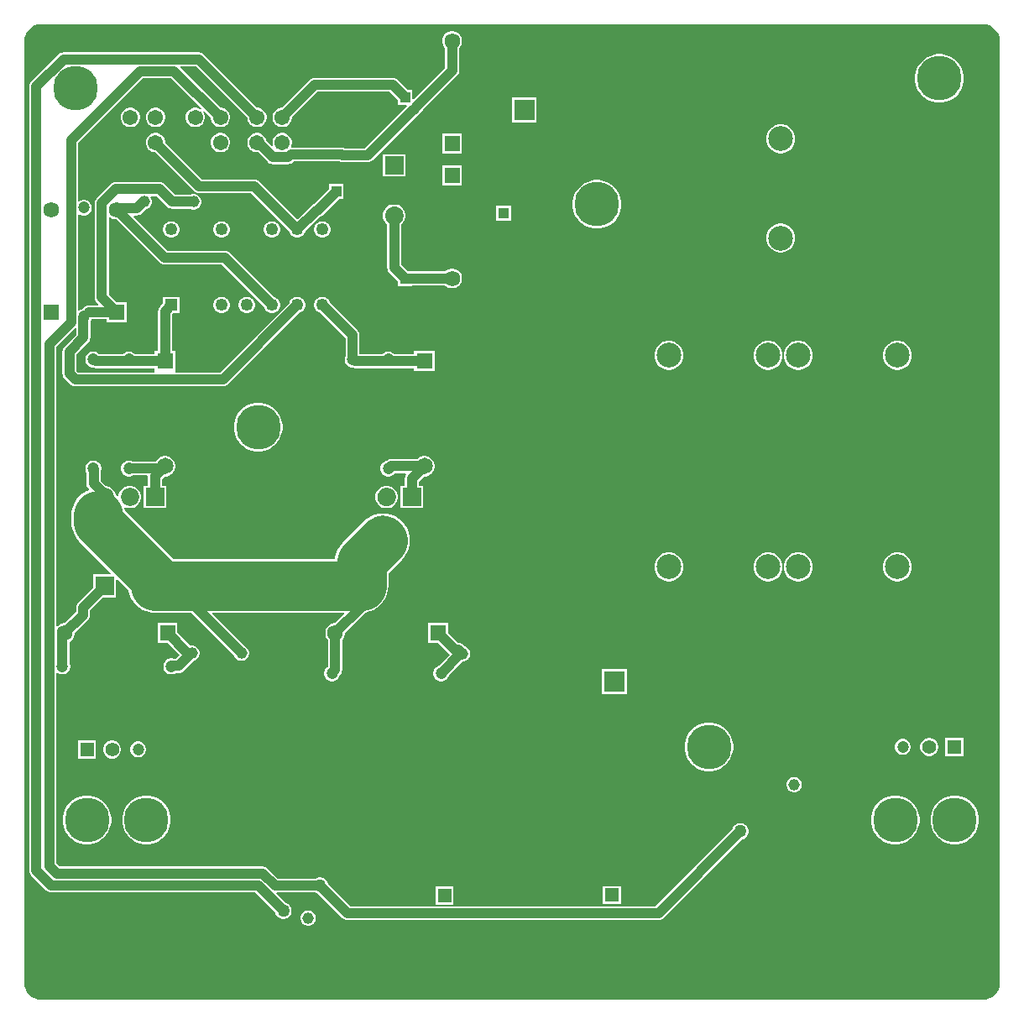
<source format=gbl>
G04*
G04 #@! TF.GenerationSoftware,Altium Limited,Altium Designer,23.8.1 (32)*
G04*
G04 Layer_Physical_Order=2*
G04 Layer_Color=16711680*
%FSLAX25Y25*%
%MOIN*%
G70*
G04*
G04 #@! TF.SameCoordinates,3D9757B1-BBEF-420C-9893-903EB812625C*
G04*
G04*
G04 #@! TF.FilePolarity,Positive*
G04*
G01*
G75*
%ADD43C,0.03937*%
%ADD44C,0.19685*%
%ADD46C,0.17717*%
%ADD47C,0.08268*%
%ADD48R,0.08268X0.08268*%
%ADD49R,0.07264X0.07264*%
%ADD50C,0.07264*%
%ADD51R,0.04331X0.04331*%
%ADD52C,0.04331*%
%ADD53C,0.09843*%
%ADD54R,0.05512X0.05512*%
%ADD55C,0.05512*%
%ADD56C,0.04724*%
%ADD57R,0.06260X0.06260*%
%ADD58C,0.06260*%
%ADD59R,0.07323X0.07323*%
%ADD60C,0.07323*%
%ADD61C,0.04528*%
%ADD62C,0.07638*%
%ADD63R,0.07638X0.07638*%
%ADD64C,0.06083*%
%ADD65R,0.05512X0.05512*%
%ADD66R,0.06260X0.06260*%
%ADD67R,0.04921X0.04921*%
%ADD68C,0.04921*%
%ADD69R,0.06496X0.06496*%
%ADD70C,0.06496*%
%ADD71R,0.04331X0.04331*%
%ADD72C,0.05000*%
G36*
X480700Y538975D02*
X481959Y538593D01*
X483120Y537973D01*
X484138Y537138D01*
X484973Y536120D01*
X485593Y534959D01*
X485975Y533700D01*
X486103Y532406D01*
X486100Y532390D01*
Y158374D01*
X486103Y158358D01*
X485975Y157064D01*
X485593Y155804D01*
X484973Y154644D01*
X484138Y153626D01*
X483120Y152791D01*
X481959Y152171D01*
X480700Y151788D01*
X479406Y151661D01*
X479390Y151664D01*
X105374D01*
X105358Y151661D01*
X104064Y151788D01*
X102804Y152171D01*
X101644Y152791D01*
X100626Y153626D01*
X99791Y154644D01*
X99171Y155804D01*
X98788Y157064D01*
X98661Y158358D01*
X98664Y158374D01*
Y532390D01*
X98661Y532406D01*
X98788Y533700D01*
X99171Y534959D01*
X99791Y536120D01*
X100626Y537138D01*
X101644Y537973D01*
X102804Y538593D01*
X104064Y538975D01*
X105358Y539103D01*
X105374Y539100D01*
X479390D01*
X479406Y539103D01*
X480700Y538975D01*
D02*
G37*
%LPC*%
G36*
X269016Y536311D02*
X267984D01*
X266988Y536044D01*
X266095Y535528D01*
X265365Y534799D01*
X264850Y533906D01*
X264583Y532909D01*
Y531878D01*
X264850Y530882D01*
X265365Y529988D01*
X265720Y529634D01*
Y521651D01*
X253295Y509226D01*
X252795Y509433D01*
Y512953D01*
X250821D01*
X246887Y516887D01*
X246311Y517329D01*
X245641Y517606D01*
X244921Y517701D01*
X213921D01*
X213202Y517606D01*
X212531Y517329D01*
X211956Y516887D01*
X200898Y505829D01*
X200496D01*
X199522Y505568D01*
X198649Y505064D01*
X197936Y504351D01*
X197432Y503478D01*
X197171Y502504D01*
Y501496D01*
X197432Y500522D01*
X197936Y499649D01*
X198649Y498936D01*
X199522Y498432D01*
X200496Y498171D01*
X201504D01*
X202478Y498432D01*
X203351Y498936D01*
X204064Y499649D01*
X204568Y500522D01*
X204829Y501496D01*
Y501898D01*
X215073Y512142D01*
X243770D01*
X246890Y509022D01*
Y507047D01*
X250409D01*
X250616Y506547D01*
X233849Y489780D01*
X225856D01*
X225258Y490028D01*
X224538Y490122D01*
X204914D01*
X204748Y490315D01*
X204595Y490622D01*
X204829Y491496D01*
Y492504D01*
X204568Y493478D01*
X204064Y494351D01*
X203351Y495064D01*
X202478Y495568D01*
X201504Y495829D01*
X200496D01*
X199522Y495568D01*
X198649Y495064D01*
X197936Y494351D01*
X197432Y493478D01*
X197171Y492504D01*
Y491496D01*
X197335Y490883D01*
X196887Y490625D01*
X194763Y492748D01*
X194568Y493478D01*
X194064Y494351D01*
X193351Y495064D01*
X192478Y495568D01*
X191504Y495829D01*
X190496D01*
X189522Y495568D01*
X188649Y495064D01*
X187936Y494351D01*
X187432Y493478D01*
X187171Y492504D01*
Y491496D01*
X187432Y490522D01*
X187936Y489649D01*
X188649Y488936D01*
X189522Y488432D01*
X190496Y488171D01*
X191478D01*
X195412Y484237D01*
X195988Y483795D01*
X196658Y483518D01*
X197378Y483423D01*
X203401D01*
X204121Y483518D01*
X204791Y483795D01*
X205367Y484237D01*
X205692Y484563D01*
X223563D01*
X224162Y484315D01*
X224881Y484220D01*
X235000D01*
X235719Y484315D01*
X236390Y484593D01*
X236965Y485035D01*
X254811Y502880D01*
X255115Y503113D01*
X256729Y504728D01*
X256962Y505031D01*
X270465Y518535D01*
X270907Y519110D01*
X271185Y519781D01*
X271280Y520500D01*
Y529634D01*
X271635Y529988D01*
X272150Y530882D01*
X272417Y531878D01*
Y532909D01*
X272150Y533906D01*
X271635Y534799D01*
X270905Y535528D01*
X270012Y536044D01*
X269016Y536311D01*
D02*
G37*
G36*
X462950Y527146D02*
X461050D01*
X459187Y526775D01*
X457431Y526048D01*
X455851Y524992D01*
X454508Y523649D01*
X453452Y522069D01*
X452725Y520314D01*
X452354Y518450D01*
Y516550D01*
X452725Y514686D01*
X453452Y512931D01*
X454508Y511351D01*
X455851Y510008D01*
X457431Y508952D01*
X459187Y508225D01*
X461050Y507854D01*
X462950D01*
X464814Y508225D01*
X466569Y508952D01*
X468149Y510008D01*
X469492Y511351D01*
X470548Y512931D01*
X471275Y514686D01*
X471646Y516550D01*
Y518450D01*
X471275Y520314D01*
X470548Y522069D01*
X469492Y523649D01*
X468149Y524992D01*
X466569Y526048D01*
X464814Y526775D01*
X462950Y527146D01*
D02*
G37*
G36*
X302079Y509921D02*
X292236D01*
Y500079D01*
X302079D01*
Y509921D01*
D02*
G37*
G36*
X167886Y527894D02*
X114189D01*
X113470Y527799D01*
X112799Y527522D01*
X112224Y527080D01*
X101407Y516262D01*
X100965Y515687D01*
X100687Y515016D01*
X100592Y514297D01*
Y202934D01*
X100687Y202215D01*
X100965Y201544D01*
X101407Y200969D01*
X107341Y195035D01*
X107916Y194593D01*
X108587Y194315D01*
X109306Y194220D01*
X190349D01*
X198290Y186279D01*
X198437Y185731D01*
X198869Y184982D01*
X199481Y184369D01*
X200231Y183937D01*
X201067Y183713D01*
X201933D01*
X202769Y183937D01*
X203519Y184369D01*
X204131Y184982D01*
X204563Y185731D01*
X204787Y186567D01*
Y187433D01*
X204563Y188269D01*
X204131Y189018D01*
X203519Y189631D01*
X202769Y190063D01*
X202221Y190210D01*
X198673Y193758D01*
X198864Y194220D01*
X214240D01*
X214731Y193937D01*
X215279Y193790D01*
X225034Y184035D01*
X225610Y183593D01*
X226281Y183315D01*
X227000Y183220D01*
X350500D01*
X351219Y183315D01*
X351890Y183593D01*
X352466Y184035D01*
X383721Y215290D01*
X384269Y215437D01*
X385018Y215869D01*
X385631Y216481D01*
X386063Y217231D01*
X386287Y218067D01*
Y218933D01*
X386063Y219769D01*
X385631Y220518D01*
X385018Y221131D01*
X384269Y221563D01*
X383433Y221787D01*
X382567D01*
X381731Y221563D01*
X380981Y221131D01*
X380369Y220518D01*
X379937Y219769D01*
X379790Y219221D01*
X349349Y188780D01*
X228151D01*
X219210Y197721D01*
X219063Y198269D01*
X218631Y199019D01*
X218019Y199631D01*
X217269Y200063D01*
X216433Y200287D01*
X215567D01*
X214731Y200063D01*
X214240Y199780D01*
X199333D01*
X195422Y203690D01*
X194847Y204132D01*
X194176Y204409D01*
X193457Y204504D01*
X112651D01*
X111354Y205801D01*
Y281248D01*
X111855Y281425D01*
X112477Y281065D01*
X113278Y280850D01*
X114108D01*
X114909Y281065D01*
X115627Y281480D01*
X116213Y282066D01*
X116628Y282784D01*
X116842Y283585D01*
Y284415D01*
X116628Y285216D01*
X116473Y285485D01*
Y293713D01*
X117165Y294113D01*
X117894Y294842D01*
X118410Y295736D01*
X118677Y296732D01*
Y297234D01*
X123892Y302449D01*
X124334Y303025D01*
X124612Y303695D01*
X124707Y304415D01*
Y306240D01*
X129825Y311358D01*
X135106D01*
Y318393D01*
X135568Y318584D01*
X140004Y314149D01*
X140359Y312669D01*
X140999Y311123D01*
X141874Y309697D01*
X142960Y308424D01*
X144233Y307338D01*
X145659Y306464D01*
X147205Y305823D01*
X148832Y305433D01*
X150500Y305301D01*
X164858D01*
X181966Y288193D01*
X181999Y288070D01*
X182401Y287374D01*
X182969Y286806D01*
X183665Y286404D01*
X184441Y286196D01*
X185244D01*
X186020Y286404D01*
X186716Y286806D01*
X187284Y287374D01*
X187686Y288070D01*
X187894Y288846D01*
Y289649D01*
X187686Y290425D01*
X187284Y291121D01*
X186716Y291689D01*
X186020Y292091D01*
X185897Y292124D01*
X173182Y304839D01*
X173373Y305301D01*
X225576D01*
X225767Y304839D01*
X222093Y301165D01*
X221591D01*
X220594Y300898D01*
X219701Y300382D01*
X218972Y299653D01*
X218456Y298760D01*
X218189Y297763D01*
Y296732D01*
X218456Y295736D01*
X218972Y294842D01*
X219327Y294487D01*
Y284007D01*
X218913Y283768D01*
X218326Y283182D01*
X217912Y282463D01*
X217697Y281662D01*
Y280833D01*
X217912Y280032D01*
X218326Y279314D01*
X218913Y278727D01*
X219631Y278313D01*
X220432Y278098D01*
X221261D01*
X222062Y278313D01*
X222780Y278727D01*
X223367Y279314D01*
X223781Y280032D01*
X223940Y280623D01*
X224072Y280755D01*
X224514Y281331D01*
X224791Y282001D01*
X224886Y282721D01*
Y294487D01*
X225241Y294842D01*
X225757Y295736D01*
X226024Y296732D01*
Y297234D01*
X234240Y305450D01*
X235795Y305823D01*
X237341Y306464D01*
X238767Y307338D01*
X240040Y308424D01*
X241126Y309697D01*
X242001Y311123D01*
X242641Y312669D01*
X243032Y314296D01*
X243163Y315964D01*
Y321083D01*
X248540Y326460D01*
X249626Y327733D01*
X250501Y329159D01*
X251141Y330705D01*
X251532Y332332D01*
X251663Y334000D01*
X251532Y335668D01*
X251141Y337295D01*
X250501Y338841D01*
X249626Y340267D01*
X248540Y341540D01*
X247267Y342626D01*
X245841Y343501D01*
X244295Y344141D01*
X242668Y344531D01*
X241000Y344663D01*
X239332Y344531D01*
X237705Y344141D01*
X236159Y343501D01*
X234733Y342626D01*
X233460Y341540D01*
X224960Y333040D01*
X223874Y331767D01*
X222999Y330341D01*
X222359Y328795D01*
X221969Y327168D01*
X221926Y326627D01*
X157685D01*
X138496Y345815D01*
X138243Y346870D01*
X138679Y347196D01*
X138794Y347130D01*
X139918Y346828D01*
X141082D01*
X142206Y347130D01*
X143213Y347711D01*
X144036Y348534D01*
X144618Y349542D01*
X144919Y350666D01*
Y351830D01*
X144618Y352953D01*
X144036Y353961D01*
X143213Y354784D01*
X142206Y355366D01*
X141082Y355667D01*
X139918D01*
X138794Y355366D01*
X137786Y354784D01*
X136964Y353961D01*
X136382Y352953D01*
X136081Y351830D01*
Y351629D01*
X135612Y351456D01*
X135540Y351540D01*
X134836Y352141D01*
X134618Y352953D01*
X134036Y353961D01*
X133213Y354784D01*
X132206Y355366D01*
X131082Y355667D01*
X130912D01*
X128930Y357649D01*
Y361370D01*
X128935Y361378D01*
X129150Y362179D01*
Y363009D01*
X128935Y363810D01*
X128520Y364528D01*
X127934Y365114D01*
X127216Y365529D01*
X126415Y365744D01*
X125585D01*
X124784Y365529D01*
X124066Y365114D01*
X123480Y364528D01*
X123065Y363810D01*
X122850Y363009D01*
Y362179D01*
X123065Y361378D01*
X123371Y360848D01*
Y356497D01*
X123466Y355778D01*
X123743Y355107D01*
X124185Y354532D01*
X124295Y354421D01*
X124198Y353931D01*
X123159Y353501D01*
X121733Y352626D01*
X120460Y351540D01*
X119374Y350267D01*
X118499Y348841D01*
X117859Y347295D01*
X117469Y345668D01*
X117337Y344000D01*
Y341232D01*
X117469Y339564D01*
X117859Y337937D01*
X118499Y336391D01*
X119374Y334965D01*
X120460Y333692D01*
X133120Y321032D01*
X132929Y320570D01*
X125894D01*
Y315289D01*
X119961Y309357D01*
X119520Y308781D01*
X119242Y308111D01*
X119147Y307391D01*
Y305566D01*
X114746Y301165D01*
X114244D01*
X113248Y300898D01*
X112355Y300382D01*
X111855Y299882D01*
X111354Y300089D01*
Y410923D01*
X118827Y418397D01*
X119327Y418189D01*
Y415760D01*
X114534Y410967D01*
X114093Y410391D01*
X113815Y409721D01*
X113720Y409001D01*
Y400306D01*
X113815Y399587D01*
X114093Y398916D01*
X114534Y398341D01*
X116841Y396035D01*
X117416Y395593D01*
X118087Y395315D01*
X118806Y395220D01*
X177500D01*
X178219Y395315D01*
X178890Y395593D01*
X179465Y396035D01*
X207776Y424345D01*
X208254Y424473D01*
X208994Y424901D01*
X209599Y425506D01*
X210027Y426246D01*
X210248Y427072D01*
Y427928D01*
X210027Y428754D01*
X209599Y429494D01*
X208994Y430099D01*
X208254Y430527D01*
X207428Y430748D01*
X206572D01*
X205746Y430527D01*
X205006Y430099D01*
X204401Y429494D01*
X203973Y428754D01*
X203846Y428276D01*
X176349Y400780D01*
X158784D01*
X158535Y401177D01*
X158535Y401280D01*
Y409248D01*
X157280D01*
Y423849D01*
X157683Y424252D01*
X160248D01*
Y430748D01*
X153752D01*
Y428183D01*
X152534Y426966D01*
X152093Y426390D01*
X151815Y425719D01*
X151720Y425000D01*
Y409248D01*
X150465D01*
Y407992D01*
X142515D01*
X142086Y408422D01*
X141367Y408836D01*
X140566Y409051D01*
X139737D01*
X138936Y408836D01*
X138218Y408422D01*
X137788Y407992D01*
X128364D01*
X127934Y408422D01*
X127216Y408836D01*
X126415Y409051D01*
X125585D01*
X124784Y408836D01*
X124066Y408422D01*
X123480Y407835D01*
X123065Y407117D01*
X122850Y406316D01*
Y405486D01*
X123065Y404685D01*
X123480Y403967D01*
X124066Y403381D01*
X124784Y402966D01*
X125585Y402752D01*
X125641D01*
X126183Y402527D01*
X126902Y402432D01*
X150465D01*
Y401280D01*
X150465Y401177D01*
X150216Y400780D01*
X119958D01*
X119280Y401458D01*
Y407850D01*
X124073Y412643D01*
X124514Y413219D01*
X124792Y413889D01*
X124887Y414609D01*
Y421101D01*
X125193Y421631D01*
X125245Y421827D01*
X131341D01*
Y420689D01*
X139175D01*
Y428524D01*
X135272D01*
X132152Y431643D01*
Y462307D01*
X132614Y462498D01*
X132853Y462259D01*
X133746Y461743D01*
X134742Y461476D01*
X135244D01*
X152367Y444353D01*
X152943Y443912D01*
X153613Y443634D01*
X154333Y443539D01*
X177030D01*
X193845Y426723D01*
X193973Y426246D01*
X194401Y425506D01*
X195006Y424901D01*
X195746Y424473D01*
X196572Y424252D01*
X197428D01*
X198254Y424473D01*
X198994Y424901D01*
X199599Y425506D01*
X200027Y426246D01*
X200248Y427072D01*
Y427928D01*
X200027Y428754D01*
X199599Y429494D01*
X198994Y430099D01*
X198254Y430527D01*
X197776Y430654D01*
X180147Y448284D01*
X179571Y448726D01*
X178901Y449004D01*
X178181Y449098D01*
X155484D01*
X141986Y462597D01*
X142177Y463059D01*
X143336D01*
X144055Y463153D01*
X144726Y463431D01*
X145301Y463873D01*
X146994Y465565D01*
X147335Y465657D01*
X148031Y466058D01*
X148599Y466627D01*
X149001Y467322D01*
X149209Y468098D01*
Y468902D01*
X149001Y469678D01*
X148676Y470240D01*
X148880Y470740D01*
X151219D01*
X155425Y466535D01*
X156000Y466093D01*
X156671Y465815D01*
X157390Y465720D01*
X164555D01*
X164665Y465657D01*
X165441Y465449D01*
X166244D01*
X167020Y465657D01*
X167716Y466058D01*
X168284Y466627D01*
X168686Y467322D01*
X168894Y468098D01*
Y468902D01*
X168686Y469678D01*
X168284Y470373D01*
X167716Y470942D01*
X167020Y471343D01*
X166244Y471551D01*
X165441D01*
X164665Y471343D01*
X164555Y471280D01*
X158542D01*
X154336Y475485D01*
X153761Y475927D01*
X153090Y476205D01*
X152371Y476299D01*
X135060D01*
X134341Y476205D01*
X133670Y475927D01*
X133095Y475485D01*
X127407Y469797D01*
X126965Y469221D01*
X126687Y468551D01*
X126592Y467832D01*
Y430492D01*
X126687Y429773D01*
X126965Y429102D01*
X127407Y428527D01*
X128085Y427848D01*
X127894Y427386D01*
X124231D01*
X123511Y427291D01*
X122841Y427014D01*
X122265Y426572D01*
X121824Y425996D01*
X121821Y425990D01*
X121042Y425781D01*
X120420Y425422D01*
X119920Y425598D01*
Y463402D01*
X120420Y463578D01*
X121042Y463219D01*
X121843Y463004D01*
X122672D01*
X123474Y463219D01*
X124192Y463633D01*
X124778Y464220D01*
X125193Y464938D01*
X125408Y465739D01*
Y466568D01*
X125193Y467369D01*
X124778Y468087D01*
X124192Y468674D01*
X123474Y469089D01*
X122672Y469303D01*
X121843D01*
X121042Y469089D01*
X120420Y468729D01*
X119920Y468905D01*
Y491878D01*
X145651Y517610D01*
X156955D01*
X169029Y505536D01*
X168722Y505136D01*
X167974Y505568D01*
X167000Y505829D01*
X165992D01*
X165018Y505568D01*
X164145Y505064D01*
X163432Y504351D01*
X162928Y503478D01*
X162667Y502504D01*
Y501496D01*
X162928Y500522D01*
X163432Y499649D01*
X164145Y498936D01*
X165018Y498432D01*
X165992Y498171D01*
X167000D01*
X167974Y498432D01*
X168847Y498936D01*
X169560Y499649D01*
X170064Y500522D01*
X170325Y501496D01*
Y502504D01*
X170064Y503478D01*
X169632Y504226D01*
X170032Y504533D01*
X172667Y501898D01*
Y501496D01*
X172928Y500522D01*
X173432Y499649D01*
X174145Y498936D01*
X175018Y498432D01*
X175992Y498171D01*
X177000D01*
X177974Y498432D01*
X178847Y498936D01*
X179560Y499649D01*
X180064Y500522D01*
X180325Y501496D01*
Y502504D01*
X180064Y503478D01*
X179560Y504351D01*
X178847Y505064D01*
X177974Y505568D01*
X177000Y505829D01*
X176598D01*
X160555Y521873D01*
X160746Y522334D01*
X166734D01*
X187171Y501898D01*
Y501496D01*
X187432Y500522D01*
X187936Y499649D01*
X188649Y498936D01*
X189522Y498432D01*
X190496Y498171D01*
X191504D01*
X192478Y498432D01*
X193351Y498936D01*
X194064Y499649D01*
X194568Y500522D01*
X194829Y501496D01*
Y502504D01*
X194568Y503478D01*
X194064Y504351D01*
X193351Y505064D01*
X192478Y505568D01*
X191504Y505829D01*
X191102D01*
X169851Y527080D01*
X169276Y527522D01*
X168605Y527799D01*
X167886Y527894D01*
D02*
G37*
G36*
X151252Y505829D02*
X150244D01*
X149270Y505568D01*
X148397Y505064D01*
X147684Y504351D01*
X147180Y503478D01*
X146919Y502504D01*
Y501496D01*
X147180Y500522D01*
X147684Y499649D01*
X148397Y498936D01*
X149270Y498432D01*
X150244Y498171D01*
X151252D01*
X152226Y498432D01*
X153099Y498936D01*
X153812Y499649D01*
X154316Y500522D01*
X154577Y501496D01*
Y502504D01*
X154316Y503478D01*
X153812Y504351D01*
X153099Y505064D01*
X152226Y505568D01*
X151252Y505829D01*
D02*
G37*
G36*
X141252D02*
X140244D01*
X139270Y505568D01*
X138397Y505064D01*
X137684Y504351D01*
X137180Y503478D01*
X136919Y502504D01*
Y501496D01*
X137180Y500522D01*
X137684Y499649D01*
X138397Y498936D01*
X139270Y498432D01*
X140244Y498171D01*
X141252D01*
X142226Y498432D01*
X143099Y498936D01*
X143812Y499649D01*
X144316Y500522D01*
X144577Y501496D01*
Y502504D01*
X144316Y503478D01*
X143812Y504351D01*
X143099Y505064D01*
X142226Y505568D01*
X141252Y505829D01*
D02*
G37*
G36*
X177000Y495829D02*
X175992D01*
X175018Y495568D01*
X174145Y495064D01*
X173432Y494351D01*
X172928Y493478D01*
X172667Y492504D01*
Y491496D01*
X172928Y490522D01*
X173432Y489649D01*
X174145Y488936D01*
X175018Y488432D01*
X175992Y488171D01*
X177000D01*
X177974Y488432D01*
X178847Y488936D01*
X179560Y489649D01*
X180064Y490522D01*
X180325Y491496D01*
Y492504D01*
X180064Y493478D01*
X179560Y494351D01*
X178847Y495064D01*
X177974Y495568D01*
X177000Y495829D01*
D02*
G37*
G36*
X399752Y499209D02*
X398248D01*
X396796Y498820D01*
X395495Y498068D01*
X394432Y497005D01*
X393680Y495704D01*
X393291Y494252D01*
Y492748D01*
X393680Y491296D01*
X394432Y489995D01*
X395495Y488932D01*
X396796Y488180D01*
X398248Y487791D01*
X399752D01*
X401203Y488180D01*
X402505Y488932D01*
X403568Y489995D01*
X404320Y491296D01*
X404709Y492748D01*
Y494252D01*
X404320Y495704D01*
X403568Y497005D01*
X402505Y498068D01*
X401203Y498820D01*
X399752Y499209D01*
D02*
G37*
G36*
X272417Y495524D02*
X264583D01*
Y487689D01*
X272417D01*
Y495524D01*
D02*
G37*
G36*
X249949Y487449D02*
X241051D01*
Y478551D01*
X249949D01*
Y487449D01*
D02*
G37*
G36*
X272417Y482811D02*
X264583D01*
Y474976D01*
X272417D01*
Y482811D01*
D02*
G37*
G36*
X291953Y466953D02*
X286047D01*
Y461047D01*
X291953D01*
Y466953D01*
D02*
G37*
G36*
X326950Y477146D02*
X325050D01*
X323186Y476775D01*
X321431Y476048D01*
X319851Y474992D01*
X318508Y473649D01*
X317452Y472069D01*
X316725Y470314D01*
X316354Y468450D01*
Y466550D01*
X316725Y464686D01*
X317452Y462931D01*
X318508Y461351D01*
X319851Y460008D01*
X321431Y458952D01*
X323186Y458225D01*
X325050Y457854D01*
X326950D01*
X328814Y458225D01*
X330569Y458952D01*
X332149Y460008D01*
X333492Y461351D01*
X334548Y462931D01*
X335275Y464686D01*
X335646Y466550D01*
Y468450D01*
X335275Y470314D01*
X334548Y472069D01*
X333492Y473649D01*
X332149Y474992D01*
X330569Y476048D01*
X328814Y476775D01*
X326950Y477146D01*
D02*
G37*
G36*
X217428Y460748D02*
X216572D01*
X215746Y460527D01*
X215006Y460099D01*
X214401Y459494D01*
X213973Y458754D01*
X213752Y457928D01*
Y457072D01*
X213973Y456246D01*
X214401Y455506D01*
X215006Y454901D01*
X215746Y454473D01*
X216572Y454252D01*
X217428D01*
X218254Y454473D01*
X218994Y454901D01*
X219599Y455506D01*
X220027Y456246D01*
X220248Y457072D01*
Y457928D01*
X220027Y458754D01*
X219599Y459494D01*
X218994Y460099D01*
X218254Y460527D01*
X217428Y460748D01*
D02*
G37*
G36*
X151252Y495829D02*
X150244D01*
X149270Y495568D01*
X148397Y495064D01*
X147684Y494351D01*
X147180Y493478D01*
X146919Y492504D01*
Y491496D01*
X147180Y490522D01*
X147684Y489649D01*
X148397Y488936D01*
X149270Y488432D01*
X150244Y488171D01*
X150646D01*
X166144Y472673D01*
X166719Y472232D01*
X167390Y471954D01*
X168109Y471859D01*
X188710D01*
X203846Y456723D01*
X203973Y456246D01*
X204401Y455506D01*
X205006Y454901D01*
X205746Y454473D01*
X206572Y454252D01*
X207428D01*
X208254Y454473D01*
X208994Y454901D01*
X209599Y455506D01*
X210027Y456246D01*
X210155Y456723D01*
X215922Y462491D01*
X216413Y462694D01*
X216988Y463136D01*
X223478Y469626D01*
X225453D01*
Y475531D01*
X219547D01*
Y473557D01*
X213702Y467712D01*
X213212Y467509D01*
X212636Y467067D01*
X207000Y461431D01*
X191827Y476604D01*
X191251Y477046D01*
X190580Y477324D01*
X189861Y477419D01*
X169261D01*
X154577Y492102D01*
Y492504D01*
X154316Y493478D01*
X153812Y494351D01*
X153099Y495064D01*
X152226Y495568D01*
X151252Y495829D01*
D02*
G37*
G36*
X197428Y460748D02*
X196572D01*
X195746Y460527D01*
X195006Y460099D01*
X194401Y459494D01*
X193973Y458754D01*
X193752Y457928D01*
Y457072D01*
X193973Y456246D01*
X194401Y455506D01*
X195006Y454901D01*
X195746Y454473D01*
X196572Y454252D01*
X197428D01*
X198254Y454473D01*
X198994Y454901D01*
X199599Y455506D01*
X200027Y456246D01*
X200248Y457072D01*
Y457928D01*
X200027Y458754D01*
X199599Y459494D01*
X198994Y460099D01*
X198254Y460527D01*
X197428Y460748D01*
D02*
G37*
G36*
X177428D02*
X176572D01*
X175746Y460527D01*
X175006Y460099D01*
X174401Y459494D01*
X173973Y458754D01*
X173752Y457928D01*
Y457072D01*
X173973Y456246D01*
X174401Y455506D01*
X175006Y454901D01*
X175746Y454473D01*
X176572Y454252D01*
X177428D01*
X178254Y454473D01*
X178994Y454901D01*
X179599Y455506D01*
X180027Y456246D01*
X180248Y457072D01*
Y457928D01*
X180027Y458754D01*
X179599Y459494D01*
X178994Y460099D01*
X178254Y460527D01*
X177428Y460748D01*
D02*
G37*
G36*
X157428D02*
X156572D01*
X155746Y460527D01*
X155006Y460099D01*
X154401Y459494D01*
X153973Y458754D01*
X153752Y457928D01*
Y457072D01*
X153973Y456246D01*
X154401Y455506D01*
X155006Y454901D01*
X155746Y454473D01*
X156572Y454252D01*
X157428D01*
X158254Y454473D01*
X158994Y454901D01*
X159599Y455506D01*
X160027Y456246D01*
X160248Y457072D01*
Y457928D01*
X160027Y458754D01*
X159599Y459494D01*
X158994Y460099D01*
X158254Y460527D01*
X157428Y460748D01*
D02*
G37*
G36*
X399752Y459839D02*
X398248D01*
X396796Y459449D01*
X395495Y458698D01*
X394432Y457635D01*
X393680Y456333D01*
X393291Y454881D01*
Y453378D01*
X393680Y451927D01*
X394432Y450625D01*
X395495Y449562D01*
X396796Y448810D01*
X398248Y448421D01*
X399752D01*
X401203Y448810D01*
X402505Y449562D01*
X403568Y450625D01*
X404320Y451927D01*
X404709Y453378D01*
Y454881D01*
X404320Y456333D01*
X403568Y457635D01*
X402505Y458698D01*
X401203Y459449D01*
X399752Y459839D01*
D02*
G37*
G36*
X246086Y467449D02*
X244914D01*
X243783Y467146D01*
X242768Y466560D01*
X241940Y465732D01*
X241354Y464717D01*
X241051Y463586D01*
Y462414D01*
X241354Y461283D01*
X241940Y460268D01*
X242720Y459488D01*
Y442343D01*
X242815Y441623D01*
X243093Y440953D01*
X243534Y440377D01*
X246890Y437022D01*
Y435047D01*
X252795D01*
Y435274D01*
X265793D01*
X266095Y434972D01*
X266988Y434456D01*
X267984Y434189D01*
X269016D01*
X270012Y434456D01*
X270905Y434972D01*
X271635Y435701D01*
X272150Y436594D01*
X272417Y437591D01*
Y438622D01*
X272150Y439618D01*
X271635Y440512D01*
X270905Y441241D01*
X270012Y441757D01*
X269016Y442024D01*
X267984D01*
X266988Y441757D01*
X266095Y441241D01*
X265687Y440833D01*
X252795D01*
Y440953D01*
X250821D01*
X248280Y443494D01*
Y459488D01*
X249060Y460268D01*
X249646Y461283D01*
X249949Y462414D01*
Y463586D01*
X249646Y464717D01*
X249060Y465732D01*
X248232Y466560D01*
X247217Y467146D01*
X246086Y467449D01*
D02*
G37*
G36*
X187428Y430748D02*
X186572D01*
X185746Y430527D01*
X185006Y430099D01*
X184401Y429494D01*
X183973Y428754D01*
X183752Y427928D01*
Y427072D01*
X183973Y426246D01*
X184401Y425506D01*
X185006Y424901D01*
X185746Y424473D01*
X186572Y424252D01*
X187428D01*
X188254Y424473D01*
X188994Y424901D01*
X189599Y425506D01*
X190027Y426246D01*
X190248Y427072D01*
Y427928D01*
X190027Y428754D01*
X189599Y429494D01*
X188994Y430099D01*
X188254Y430527D01*
X187428Y430748D01*
D02*
G37*
G36*
X177428D02*
X176572D01*
X175746Y430527D01*
X175006Y430099D01*
X174401Y429494D01*
X173973Y428754D01*
X173752Y427928D01*
Y427072D01*
X173973Y426246D01*
X174401Y425506D01*
X175006Y424901D01*
X175746Y424473D01*
X176572Y424252D01*
X177428D01*
X178254Y424473D01*
X178994Y424901D01*
X179599Y425506D01*
X180027Y426246D01*
X180248Y427072D01*
Y427928D01*
X180027Y428754D01*
X179599Y429494D01*
X178994Y430099D01*
X178254Y430527D01*
X177428Y430748D01*
D02*
G37*
G36*
X446094Y413209D02*
X444591D01*
X443139Y412820D01*
X441837Y412068D01*
X440774Y411005D01*
X440023Y409703D01*
X439634Y408252D01*
Y406748D01*
X440023Y405297D01*
X440774Y403995D01*
X441837Y402932D01*
X443139Y402180D01*
X444591Y401791D01*
X446094D01*
X447546Y402180D01*
X448848Y402932D01*
X449911Y403995D01*
X450662Y405297D01*
X451051Y406748D01*
Y408252D01*
X450662Y409703D01*
X449911Y411005D01*
X448848Y412068D01*
X447546Y412820D01*
X446094Y413209D01*
D02*
G37*
G36*
X406724D02*
X405221D01*
X403769Y412820D01*
X402467Y412068D01*
X401404Y411005D01*
X400653Y409703D01*
X400264Y408252D01*
Y406748D01*
X400653Y405297D01*
X401404Y403995D01*
X402467Y402932D01*
X403769Y402180D01*
X405221Y401791D01*
X406724D01*
X408176Y402180D01*
X409478Y402932D01*
X410540Y403995D01*
X411292Y405297D01*
X411681Y406748D01*
Y408252D01*
X411292Y409703D01*
X410540Y411005D01*
X409478Y412068D01*
X408176Y412820D01*
X406724Y413209D01*
D02*
G37*
G36*
X394752D02*
X393249D01*
X391797Y412820D01*
X390495Y412068D01*
X389432Y411005D01*
X388680Y409703D01*
X388291Y408252D01*
Y406748D01*
X388680Y405297D01*
X389432Y403995D01*
X390495Y402932D01*
X391797Y402180D01*
X393249Y401791D01*
X394752D01*
X396203Y402180D01*
X397505Y402932D01*
X398568Y403995D01*
X399320Y405297D01*
X399709Y406748D01*
Y408252D01*
X399320Y409703D01*
X398568Y411005D01*
X397505Y412068D01*
X396203Y412820D01*
X394752Y413209D01*
D02*
G37*
G36*
X355381D02*
X353878D01*
X352427Y412820D01*
X351125Y412068D01*
X350062Y411005D01*
X349310Y409703D01*
X348921Y408252D01*
Y406748D01*
X349310Y405297D01*
X350062Y403995D01*
X351125Y402932D01*
X352427Y402180D01*
X353878Y401791D01*
X355381D01*
X356833Y402180D01*
X358135Y402932D01*
X359198Y403995D01*
X359950Y405297D01*
X360339Y406748D01*
Y408252D01*
X359950Y409703D01*
X359198Y411005D01*
X358135Y412068D01*
X356833Y412820D01*
X355381Y413209D01*
D02*
G37*
G36*
X217428Y430748D02*
X216572D01*
X215746Y430527D01*
X215006Y430099D01*
X214401Y429494D01*
X213973Y428754D01*
X213752Y427928D01*
Y427072D01*
X213973Y426246D01*
X214401Y425506D01*
X215006Y424901D01*
X215746Y424473D01*
X216224Y424345D01*
X226220Y414349D01*
Y407386D01*
X226065Y407117D01*
X225850Y406316D01*
Y405486D01*
X226065Y404685D01*
X226480Y403967D01*
X227066Y403381D01*
X227784Y402966D01*
X228585Y402752D01*
X228641D01*
X229183Y402527D01*
X229902Y402432D01*
X253465D01*
Y401177D01*
X261535D01*
Y409248D01*
X253465D01*
Y407992D01*
X245515D01*
X245086Y408422D01*
X244367Y408836D01*
X243566Y409051D01*
X242737D01*
X241936Y408836D01*
X241218Y408422D01*
X240788Y407992D01*
X231780D01*
Y415500D01*
X231685Y416219D01*
X231407Y416890D01*
X230965Y417465D01*
X220155Y428276D01*
X220027Y428754D01*
X219599Y429494D01*
X218994Y430099D01*
X218254Y430527D01*
X217428Y430748D01*
D02*
G37*
G36*
X192450Y388646D02*
X190550D01*
X188687Y388275D01*
X186931Y387548D01*
X185351Y386492D01*
X184008Y385149D01*
X182952Y383569D01*
X182225Y381814D01*
X181854Y379950D01*
Y378050D01*
X182225Y376186D01*
X182952Y374431D01*
X184008Y372851D01*
X185351Y371508D01*
X186931Y370452D01*
X188687Y369725D01*
X190550Y369354D01*
X192450D01*
X194314Y369725D01*
X196069Y370452D01*
X197649Y371508D01*
X198992Y372851D01*
X200048Y374431D01*
X200775Y376186D01*
X201146Y378050D01*
Y379950D01*
X200775Y381814D01*
X200048Y383569D01*
X198992Y385149D01*
X197649Y386492D01*
X196069Y387548D01*
X194314Y388275D01*
X192450Y388646D01*
D02*
G37*
G36*
X155031Y367515D02*
X153969D01*
X152942Y367240D01*
X152022Y366709D01*
X151271Y365958D01*
X150934Y365374D01*
X141636D01*
X141367Y365529D01*
X140566Y365744D01*
X139737D01*
X138936Y365529D01*
X138218Y365114D01*
X137631Y364528D01*
X137217Y363810D01*
X137002Y363009D01*
Y362179D01*
X137217Y361378D01*
X137631Y360660D01*
X138218Y360074D01*
X138936Y359659D01*
X139737Y359444D01*
X140566D01*
X141367Y359659D01*
X141636Y359814D01*
X147427D01*
X147720Y359480D01*
Y355667D01*
X146081D01*
Y346828D01*
X154919D01*
Y355667D01*
X153280D01*
Y358329D01*
X154396Y359444D01*
X155031D01*
X156058Y359719D01*
X156978Y360251D01*
X157729Y361002D01*
X158260Y361922D01*
X158535Y362949D01*
Y364011D01*
X158260Y365038D01*
X157729Y365958D01*
X156978Y366709D01*
X156058Y367240D01*
X155031Y367515D01*
D02*
G37*
G36*
X258031D02*
X256969D01*
X255942Y367240D01*
X255022Y366709D01*
X254573Y366260D01*
X244250D01*
X243531Y366165D01*
X242861Y365887D01*
X242640Y365718D01*
X241936Y365529D01*
X241218Y365114D01*
X240631Y364528D01*
X240217Y363810D01*
X240002Y363009D01*
Y362179D01*
X240217Y361378D01*
X240631Y360660D01*
X241218Y360074D01*
X241936Y359659D01*
X242737Y359444D01*
X243566D01*
X244367Y359659D01*
X245086Y360074D01*
X245672Y360660D01*
X245695Y360700D01*
X250100D01*
X250346Y360200D01*
X250093Y359870D01*
X249815Y359199D01*
X249720Y358480D01*
Y355667D01*
X248081D01*
Y346828D01*
X256919D01*
Y355667D01*
X255280D01*
Y357329D01*
X257396Y359444D01*
X258031D01*
X259058Y359719D01*
X259978Y360251D01*
X260729Y361002D01*
X261260Y361922D01*
X261535Y362949D01*
Y364011D01*
X261260Y365038D01*
X260729Y365958D01*
X259978Y366709D01*
X259058Y367240D01*
X258031Y367515D01*
D02*
G37*
G36*
X243082Y355667D02*
X241918D01*
X240794Y355366D01*
X239787Y354784D01*
X238964Y353961D01*
X238382Y352953D01*
X238081Y351830D01*
Y350666D01*
X238382Y349542D01*
X238964Y348534D01*
X239787Y347711D01*
X240794Y347130D01*
X241918Y346828D01*
X243082D01*
X244206Y347130D01*
X245214Y347711D01*
X246036Y348534D01*
X246618Y349542D01*
X246919Y350666D01*
Y351830D01*
X246618Y352953D01*
X246036Y353961D01*
X245214Y354784D01*
X244206Y355366D01*
X243082Y355667D01*
D02*
G37*
G36*
X446094Y329209D02*
X444591D01*
X443139Y328820D01*
X441837Y328068D01*
X440774Y327005D01*
X440023Y325704D01*
X439634Y324252D01*
Y322748D01*
X440023Y321297D01*
X440774Y319995D01*
X441837Y318932D01*
X443139Y318180D01*
X444591Y317791D01*
X446094D01*
X447546Y318180D01*
X448848Y318932D01*
X449911Y319995D01*
X450662Y321297D01*
X451051Y322748D01*
Y324252D01*
X450662Y325704D01*
X449911Y327005D01*
X448848Y328068D01*
X447546Y328820D01*
X446094Y329209D01*
D02*
G37*
G36*
X406724D02*
X405221D01*
X403769Y328820D01*
X402467Y328068D01*
X401404Y327005D01*
X400653Y325704D01*
X400264Y324252D01*
Y322748D01*
X400653Y321297D01*
X401404Y319995D01*
X402467Y318932D01*
X403769Y318180D01*
X405221Y317791D01*
X406724D01*
X408176Y318180D01*
X409478Y318932D01*
X410540Y319995D01*
X411292Y321297D01*
X411681Y322748D01*
Y324252D01*
X411292Y325704D01*
X410540Y327005D01*
X409478Y328068D01*
X408176Y328820D01*
X406724Y329209D01*
D02*
G37*
G36*
X394752D02*
X393249D01*
X391797Y328820D01*
X390495Y328068D01*
X389432Y327005D01*
X388680Y325704D01*
X388291Y324252D01*
Y322748D01*
X388680Y321297D01*
X389432Y319995D01*
X390495Y318932D01*
X391797Y318180D01*
X393249Y317791D01*
X394752D01*
X396203Y318180D01*
X397505Y318932D01*
X398568Y319995D01*
X399320Y321297D01*
X399709Y322748D01*
Y324252D01*
X399320Y325704D01*
X398568Y327005D01*
X397505Y328068D01*
X396203Y328820D01*
X394752Y329209D01*
D02*
G37*
G36*
X355381D02*
X353878D01*
X352427Y328820D01*
X351125Y328068D01*
X350062Y327005D01*
X349310Y325704D01*
X348921Y324252D01*
Y322748D01*
X349310Y321297D01*
X350062Y319995D01*
X351125Y318932D01*
X352427Y318180D01*
X353878Y317791D01*
X355381D01*
X356833Y318180D01*
X358135Y318932D01*
X359198Y319995D01*
X359950Y321297D01*
X360339Y322748D01*
Y324252D01*
X359950Y325704D01*
X359198Y327005D01*
X358135Y328068D01*
X356833Y328820D01*
X355381Y329209D01*
D02*
G37*
G36*
X159465Y301165D02*
X151630D01*
Y293330D01*
X155534D01*
X160341Y288522D01*
X158749Y286930D01*
X158224D01*
X158216Y286935D01*
X157415Y287150D01*
X156585D01*
X155784Y286935D01*
X155066Y286520D01*
X154480Y285934D01*
X154065Y285216D01*
X153850Y284415D01*
Y283585D01*
X154065Y282784D01*
X154480Y282066D01*
X155066Y281480D01*
X155784Y281065D01*
X156585Y280850D01*
X157415D01*
X158216Y281065D01*
X158746Y281371D01*
X159901D01*
X160620Y281466D01*
X161291Y281743D01*
X161866Y282185D01*
X165994Y286313D01*
X166335Y286404D01*
X167031Y286806D01*
X167599Y287374D01*
X168001Y288070D01*
X168209Y288846D01*
Y289649D01*
X168001Y290425D01*
X167599Y291121D01*
X167031Y291689D01*
X166335Y292091D01*
X165559Y292299D01*
X164756D01*
X164497Y292229D01*
X159465Y297261D01*
Y301165D01*
D02*
G37*
G36*
X266811D02*
X258976D01*
Y293330D01*
X262880D01*
X267593Y288618D01*
X263238Y284263D01*
X262938Y284183D01*
X262220Y283768D01*
X261633Y283182D01*
X261219Y282463D01*
X261004Y281662D01*
Y280833D01*
X261219Y280032D01*
X261633Y279314D01*
X262220Y278727D01*
X262938Y278313D01*
X263739Y278098D01*
X264568D01*
X265369Y278313D01*
X266087Y278727D01*
X266674Y279314D01*
X267089Y280032D01*
X267169Y280332D01*
X272786Y285949D01*
X273059D01*
X273835Y286157D01*
X274531Y286558D01*
X275099Y287126D01*
X275501Y287822D01*
X275709Y288598D01*
Y289402D01*
X275501Y290178D01*
X275099Y290874D01*
X274531Y291442D01*
X273835Y291843D01*
X273494Y291935D01*
X272945Y292484D01*
X272369Y292926D01*
X271699Y293203D01*
X270979Y293298D01*
X270774D01*
X266811Y297261D01*
Y301165D01*
D02*
G37*
G36*
X337921Y282921D02*
X328079D01*
Y273079D01*
X337921D01*
Y282921D01*
D02*
G37*
G36*
X447915Y255150D02*
X447085D01*
X446284Y254935D01*
X445566Y254520D01*
X444980Y253934D01*
X444565Y253216D01*
X444350Y252415D01*
Y251585D01*
X444565Y250784D01*
X444980Y250066D01*
X445566Y249480D01*
X446284Y249065D01*
X447085Y248850D01*
X447915D01*
X448716Y249065D01*
X449434Y249480D01*
X450020Y250066D01*
X450435Y250784D01*
X450650Y251585D01*
Y252415D01*
X450435Y253216D01*
X450020Y253934D01*
X449434Y254520D01*
X448716Y254935D01*
X447915Y255150D01*
D02*
G37*
G36*
X471543Y255543D02*
X464457D01*
Y248457D01*
X471543D01*
Y255543D01*
D02*
G37*
G36*
X458466D02*
X457534D01*
X456632Y255302D01*
X455824Y254835D01*
X455165Y254176D01*
X454698Y253368D01*
X454457Y252467D01*
Y251534D01*
X454698Y250632D01*
X455165Y249824D01*
X455824Y249165D01*
X456632Y248698D01*
X457534Y248457D01*
X458466D01*
X459368Y248698D01*
X460176Y249165D01*
X460835Y249824D01*
X461302Y250632D01*
X461543Y251534D01*
Y252467D01*
X461302Y253368D01*
X460835Y254176D01*
X460176Y254835D01*
X459368Y255302D01*
X458466Y255543D01*
D02*
G37*
G36*
X144261Y254150D02*
X143432D01*
X142631Y253935D01*
X141913Y253520D01*
X141326Y252934D01*
X140911Y252216D01*
X140697Y251415D01*
Y250585D01*
X140911Y249784D01*
X141326Y249066D01*
X141913Y248480D01*
X142631Y248065D01*
X143432Y247850D01*
X144261D01*
X145062Y248065D01*
X145780Y248480D01*
X146367Y249066D01*
X146781Y249784D01*
X146996Y250585D01*
Y251415D01*
X146781Y252216D01*
X146367Y252934D01*
X145780Y253520D01*
X145062Y253935D01*
X144261Y254150D01*
D02*
G37*
G36*
X133967Y254543D02*
X133034D01*
X132132Y254302D01*
X131324Y253835D01*
X130665Y253176D01*
X130198Y252368D01*
X129957Y251466D01*
Y250534D01*
X130198Y249632D01*
X130665Y248824D01*
X131324Y248165D01*
X132132Y247698D01*
X133034Y247457D01*
X133967D01*
X134868Y247698D01*
X135676Y248165D01*
X136335Y248824D01*
X136802Y249632D01*
X137043Y250534D01*
Y251466D01*
X136802Y252368D01*
X136335Y253176D01*
X135676Y253835D01*
X134868Y254302D01*
X133967Y254543D01*
D02*
G37*
G36*
X127043D02*
X119957D01*
Y247457D01*
X127043D01*
Y254543D01*
D02*
G37*
G36*
X371450Y261646D02*
X369550D01*
X367687Y261275D01*
X365931Y260548D01*
X364351Y259492D01*
X363008Y258149D01*
X361952Y256569D01*
X361225Y254814D01*
X360854Y252950D01*
Y251050D01*
X361225Y249186D01*
X361952Y247431D01*
X363008Y245851D01*
X364351Y244508D01*
X365931Y243452D01*
X367687Y242725D01*
X369550Y242354D01*
X371450D01*
X373313Y242725D01*
X375069Y243452D01*
X376649Y244508D01*
X377992Y245851D01*
X379048Y247431D01*
X379775Y249186D01*
X380146Y251050D01*
Y252950D01*
X379775Y254814D01*
X379048Y256569D01*
X377992Y258149D01*
X376649Y259492D01*
X375069Y260548D01*
X373313Y261275D01*
X371450Y261646D01*
D02*
G37*
G36*
X404744Y240051D02*
X403941D01*
X403165Y239843D01*
X402469Y239442D01*
X401901Y238874D01*
X401499Y238178D01*
X401291Y237402D01*
Y236598D01*
X401499Y235822D01*
X401901Y235126D01*
X402469Y234558D01*
X403165Y234157D01*
X403941Y233949D01*
X404744D01*
X405520Y234157D01*
X406216Y234558D01*
X406784Y235126D01*
X407186Y235822D01*
X407394Y236598D01*
Y237402D01*
X407186Y238178D01*
X406784Y238874D01*
X406216Y239442D01*
X405520Y239843D01*
X404744Y240051D01*
D02*
G37*
G36*
X469072Y232646D02*
X467172D01*
X465309Y232275D01*
X463553Y231548D01*
X461973Y230492D01*
X460630Y229149D01*
X459574Y227569D01*
X458847Y225814D01*
X458476Y223950D01*
Y222050D01*
X458847Y220186D01*
X459574Y218431D01*
X460630Y216851D01*
X461973Y215508D01*
X463553Y214452D01*
X465309Y213725D01*
X467172Y213354D01*
X469072D01*
X470936Y213725D01*
X472691Y214452D01*
X474271Y215508D01*
X475614Y216851D01*
X476670Y218431D01*
X477397Y220186D01*
X477768Y222050D01*
Y223950D01*
X477397Y225814D01*
X476670Y227569D01*
X475614Y229149D01*
X474271Y230492D01*
X472691Y231548D01*
X470936Y232275D01*
X469072Y232646D01*
D02*
G37*
G36*
X445450D02*
X443550D01*
X441686Y232275D01*
X439931Y231548D01*
X438351Y230492D01*
X437008Y229149D01*
X435952Y227569D01*
X435225Y225814D01*
X434854Y223950D01*
Y222050D01*
X435225Y220186D01*
X435952Y218431D01*
X437008Y216851D01*
X438351Y215508D01*
X439931Y214452D01*
X441686Y213725D01*
X443550Y213354D01*
X445450D01*
X447313Y213725D01*
X449069Y214452D01*
X450649Y215508D01*
X451992Y216851D01*
X453048Y218431D01*
X453775Y220186D01*
X454146Y222050D01*
Y223950D01*
X453775Y225814D01*
X453048Y227569D01*
X451992Y229149D01*
X450649Y230492D01*
X449069Y231548D01*
X447313Y232275D01*
X445450Y232646D01*
D02*
G37*
G36*
X148072D02*
X146172D01*
X144308Y232275D01*
X142553Y231548D01*
X140973Y230492D01*
X139630Y229149D01*
X138574Y227569D01*
X137847Y225814D01*
X137476Y223950D01*
Y222050D01*
X137847Y220186D01*
X138574Y218431D01*
X139630Y216851D01*
X140973Y215508D01*
X142553Y214452D01*
X144308Y213725D01*
X146172Y213354D01*
X148072D01*
X149936Y213725D01*
X151691Y214452D01*
X153271Y215508D01*
X154614Y216851D01*
X155670Y218431D01*
X156397Y220186D01*
X156768Y222050D01*
Y223950D01*
X156397Y225814D01*
X155670Y227569D01*
X154614Y229149D01*
X153271Y230492D01*
X151691Y231548D01*
X149936Y232275D01*
X148072Y232646D01*
D02*
G37*
G36*
X124450D02*
X122550D01*
X120686Y232275D01*
X118931Y231548D01*
X117351Y230492D01*
X116008Y229149D01*
X114952Y227569D01*
X114225Y225814D01*
X113854Y223950D01*
Y222050D01*
X114225Y220186D01*
X114952Y218431D01*
X116008Y216851D01*
X117351Y215508D01*
X118931Y214452D01*
X120686Y213725D01*
X122550Y213354D01*
X124450D01*
X126313Y213725D01*
X128069Y214452D01*
X129649Y215508D01*
X130992Y216851D01*
X132048Y218431D01*
X132775Y220186D01*
X133146Y222050D01*
Y223950D01*
X132775Y225814D01*
X132048Y227569D01*
X130992Y229149D01*
X129649Y230492D01*
X128069Y231548D01*
X126313Y232275D01*
X124450Y232646D01*
D02*
G37*
G36*
X335543Y196780D02*
X328457D01*
Y189693D01*
X335543D01*
Y196780D01*
D02*
G37*
G36*
X269043Y196516D02*
X261957D01*
Y189429D01*
X269043D01*
Y196516D01*
D02*
G37*
G36*
X211744Y187051D02*
X210941D01*
X210165Y186843D01*
X209469Y186442D01*
X208901Y185873D01*
X208499Y185178D01*
X208291Y184402D01*
Y183598D01*
X208499Y182822D01*
X208901Y182126D01*
X209469Y181558D01*
X210165Y181157D01*
X210941Y180949D01*
X211744D01*
X212520Y181157D01*
X213216Y181558D01*
X213784Y182126D01*
X214186Y182822D01*
X214394Y183598D01*
Y184402D01*
X214186Y185178D01*
X213784Y185873D01*
X213216Y186442D01*
X212520Y186843D01*
X211744Y187051D01*
D02*
G37*
%LPD*%
G36*
X242542Y343736D02*
X244046Y343375D01*
X245475Y342783D01*
X246794Y341975D01*
X247500Y341372D01*
Y335000D01*
X237500D01*
Y343187D01*
X237954Y343375D01*
X239458Y343736D01*
X241000Y343858D01*
X242542Y343736D01*
D02*
G37*
G36*
X243896Y354618D02*
X244721Y354141D01*
X245394Y353468D01*
X245870Y352644D01*
X246116Y351724D01*
Y350771D01*
X245870Y349852D01*
X245394Y349027D01*
X244721Y348354D01*
X243896Y347878D01*
X242976Y347631D01*
X242024D01*
X241104Y347878D01*
X240279Y348354D01*
X239606Y349027D01*
X239130Y349852D01*
X238883Y350771D01*
Y351724D01*
X239130Y352644D01*
X239606Y353468D01*
X240279Y354141D01*
X241104Y354618D01*
X242024Y354864D01*
X242976D01*
X243896Y354618D01*
D02*
G37*
D43*
X117140Y493029D02*
X144500Y520390D01*
X108575Y412075D02*
X117140Y420640D01*
Y493029D01*
X232500Y351248D02*
Y352148D01*
X229151Y355497D02*
X232500Y352148D01*
X108575Y204650D02*
Y412075D01*
X116500Y400306D02*
Y409001D01*
X118806Y398000D02*
X177500D01*
X207000Y427500D01*
X116500Y400306D02*
X118806Y398000D01*
X350500Y186000D02*
X383000Y218500D01*
X216000Y197000D02*
X227000Y186000D01*
X350500D01*
X122107Y414609D02*
Y422696D01*
X122258Y422847D01*
X116500Y409001D02*
X122107Y414609D01*
X244921Y514921D02*
X249843Y510000D01*
X213921Y514921D02*
X244921D01*
X201000Y502000D02*
X213921Y514921D01*
X204541Y487343D02*
X224538D01*
X235000Y487000D02*
X253079Y505079D01*
X224881Y487000D02*
X235000D01*
X224538Y487343D02*
X224881Y487000D01*
X203401Y486203D02*
X204541Y487343D01*
X197378Y486203D02*
X203401D01*
X191581Y492000D02*
X197378Y486203D01*
X254764Y506693D02*
Y506764D01*
X253149Y505079D02*
X254764Y506693D01*
Y506764D02*
X268500Y520500D01*
X253079Y505079D02*
X253149D01*
X268500Y520500D02*
Y532394D01*
X249896Y438053D02*
X268447D01*
X249843Y438000D02*
X249896Y438053D01*
X268447D02*
X268500Y438106D01*
X245500Y442343D02*
X249843Y438000D01*
X245500Y442343D02*
Y463000D01*
X191000Y492000D02*
X191581D01*
X124231Y424606D02*
X135258D01*
X129372Y430492D02*
X135258Y424606D01*
X129372Y430492D02*
Y467832D01*
X135060Y473520D01*
X152371D01*
X157390Y468500D01*
X165842D01*
X135702Y465838D02*
X143336D01*
X145998Y468500D01*
X135258Y465394D02*
X135702Y465838D01*
X145998Y468500D02*
X146158D01*
X135258Y465394D02*
X154333Y446319D01*
X178181D01*
X197000Y427500D01*
X229902Y405212D02*
X257500D01*
X229000Y405901D02*
X229213D01*
X229902Y405212D01*
X229000Y405901D02*
Y415500D01*
X217000Y427500D02*
X229000Y415500D01*
X243152Y362594D02*
X243365D01*
X244250Y363480D02*
X257500D01*
X243365Y362594D02*
X244250Y363480D01*
X252500Y358480D02*
X257500Y363480D01*
X252500Y351248D02*
Y358480D01*
X150500Y351248D02*
Y359480D01*
X154500Y363480D01*
X140152Y362594D02*
X152922D01*
X153807Y363480D01*
X154500D01*
X126151Y356497D02*
Y362443D01*
Y356497D02*
X130500Y352148D01*
Y351248D02*
Y352148D01*
X126000Y362594D02*
X126151Y362443D01*
X126902Y405212D02*
X154500D01*
X126213Y405901D02*
X126902Y405212D01*
X126000Y405901D02*
X126213D01*
X154500Y425000D02*
X157000Y427500D01*
X154500Y405212D02*
Y425000D01*
X207000Y457500D02*
X214602Y465102D01*
X215023D02*
X222500Y472579D01*
X214602Y465102D02*
X215023D01*
X189861Y474639D02*
X207000Y457500D01*
X168109Y474639D02*
X189861D01*
X150748Y492000D02*
X168109Y474639D01*
X121927Y304415D02*
Y307391D01*
X130500Y315964D01*
X114760Y297248D02*
X121927Y304415D01*
X113693Y295552D02*
X114760Y296619D01*
Y297248D01*
X113693Y284000D02*
Y295552D01*
X163434Y289361D02*
X165044D01*
X155547Y297248D02*
X163434Y289361D01*
X165044D02*
X165157Y289248D01*
X157151Y284151D02*
X159901D01*
X157000Y284000D02*
X157151Y284151D01*
X159901D02*
X164998Y289248D01*
X158834Y315256D02*
X184843Y289248D01*
X262894Y297248D02*
X269623Y290518D01*
X272498Y289000D02*
X272657D01*
X270979Y290518D02*
X272498Y289000D01*
X269623Y290518D02*
X270979D01*
X264154Y281248D02*
X271793Y288887D01*
X220847Y281248D02*
Y281461D01*
X222106Y282721D02*
Y297248D01*
X220847Y281461D02*
X222106Y282721D01*
X232500Y307641D02*
Y315964D01*
X222106Y297248D02*
X232500Y307641D01*
X144500Y520390D02*
X158106D01*
X176496Y502000D01*
X108575Y204650D02*
X111500Y201724D01*
X193457D01*
X198181Y197000D01*
X216000D01*
X103372Y202934D02*
X109306Y197000D01*
X103372Y202934D02*
Y514297D01*
X114189Y525114D01*
X167886D01*
X191000Y502000D01*
X109306Y197000D02*
X191500D01*
X201500Y187000D01*
D44*
X229000Y369969D02*
X240531Y381500D01*
X259106D01*
X229000Y362594D02*
Y369969D01*
X259106Y381500D02*
X271378Y369228D01*
Y334842D02*
Y369228D01*
X232500Y325500D02*
X241000Y334000D01*
X232500Y315964D02*
Y325500D01*
X150500Y315964D02*
X232500D01*
X128000Y341232D02*
Y344000D01*
X150500Y315964D02*
Y318732D01*
X128000Y341232D02*
X150500Y318732D01*
D46*
X191500Y379000D02*
D03*
X468122Y179500D02*
D03*
X444500D02*
D03*
Y223000D02*
D03*
X468122D02*
D03*
X370500Y252000D02*
D03*
X147122Y223000D02*
D03*
X462000Y517500D02*
D03*
X326000Y467500D02*
D03*
X119000Y513500D02*
D03*
X147122Y179500D02*
D03*
X123500D02*
D03*
Y223000D02*
D03*
D47*
X313315Y278000D02*
D03*
X316843Y505000D02*
D03*
D48*
X333000Y278000D02*
D03*
X297158Y505000D02*
D03*
D49*
X252500Y351248D02*
D03*
X150500D02*
D03*
D50*
X242500D02*
D03*
X232500D02*
D03*
X140500D02*
D03*
X130500D02*
D03*
D51*
X249843Y438000D02*
D03*
Y510000D02*
D03*
D52*
X240000Y438000D02*
D03*
Y510000D02*
D03*
X222500Y482421D02*
D03*
X289000Y454157D02*
D03*
D53*
X445343Y323500D02*
D03*
X405972D02*
D03*
Y407500D02*
D03*
X445343D02*
D03*
X394000Y323500D02*
D03*
X354630D02*
D03*
X399000Y493500D02*
D03*
Y454130D02*
D03*
X354630Y407500D02*
D03*
X394000D02*
D03*
D54*
X468000Y252000D02*
D03*
X123500Y251000D02*
D03*
D55*
X458000Y252000D02*
D03*
X332000Y222764D02*
D03*
X265500Y222500D02*
D03*
X133500Y251000D02*
D03*
D56*
X447500Y252000D02*
D03*
X404193D02*
D03*
X157000Y284000D02*
D03*
X113693D02*
D03*
X126000Y405901D02*
D03*
Y362594D02*
D03*
X140152Y405901D02*
D03*
Y362594D02*
D03*
X229000Y405901D02*
D03*
Y362594D02*
D03*
X243152Y405901D02*
D03*
Y362594D02*
D03*
X264154Y281248D02*
D03*
X220847D02*
D03*
X122258Y422847D02*
D03*
Y466153D02*
D03*
X143846Y251000D02*
D03*
X187153D02*
D03*
D57*
X268500Y491606D02*
D03*
X109258Y424606D02*
D03*
X135258D02*
D03*
X268500Y478894D02*
D03*
D58*
Y532394D02*
D03*
X114760Y297248D02*
D03*
X222106D02*
D03*
X109258Y465394D02*
D03*
X135258D02*
D03*
X268500Y438106D02*
D03*
D59*
X245500Y483000D02*
D03*
D60*
Y473000D02*
D03*
Y463000D02*
D03*
D61*
X191657Y184000D02*
D03*
X211343D02*
D03*
X384658Y237000D02*
D03*
X404343D02*
D03*
X184843Y289248D02*
D03*
X165157D02*
D03*
X292342Y289000D02*
D03*
X272657D02*
D03*
X146158Y468500D02*
D03*
X165842D02*
D03*
D62*
X252500Y315964D02*
D03*
X150500D02*
D03*
D63*
X232500D02*
D03*
X130500D02*
D03*
D64*
X201000Y502000D02*
D03*
Y492000D02*
D03*
X191000D02*
D03*
Y502000D02*
D03*
X176496D02*
D03*
Y492000D02*
D03*
X166496D02*
D03*
Y502000D02*
D03*
X150748D02*
D03*
Y492000D02*
D03*
X140748D02*
D03*
Y502000D02*
D03*
D65*
X332000Y193236D02*
D03*
X265500Y192972D02*
D03*
D66*
X155547Y297248D02*
D03*
X262894D02*
D03*
D67*
X157000Y427500D02*
D03*
D68*
X167000D02*
D03*
X177000D02*
D03*
X187000D02*
D03*
X197000D02*
D03*
X207000D02*
D03*
X217000D02*
D03*
Y457500D02*
D03*
X207000D02*
D03*
X197000D02*
D03*
X187000D02*
D03*
X177000D02*
D03*
X167000D02*
D03*
X157000D02*
D03*
D69*
X154500Y405212D02*
D03*
X257500D02*
D03*
D70*
X154500Y363480D02*
D03*
X257500D02*
D03*
D71*
X222500Y472579D02*
D03*
X289000Y464000D02*
D03*
D72*
X383000Y218500D02*
D03*
X216000Y197000D02*
D03*
X201500Y187000D02*
D03*
M02*

</source>
